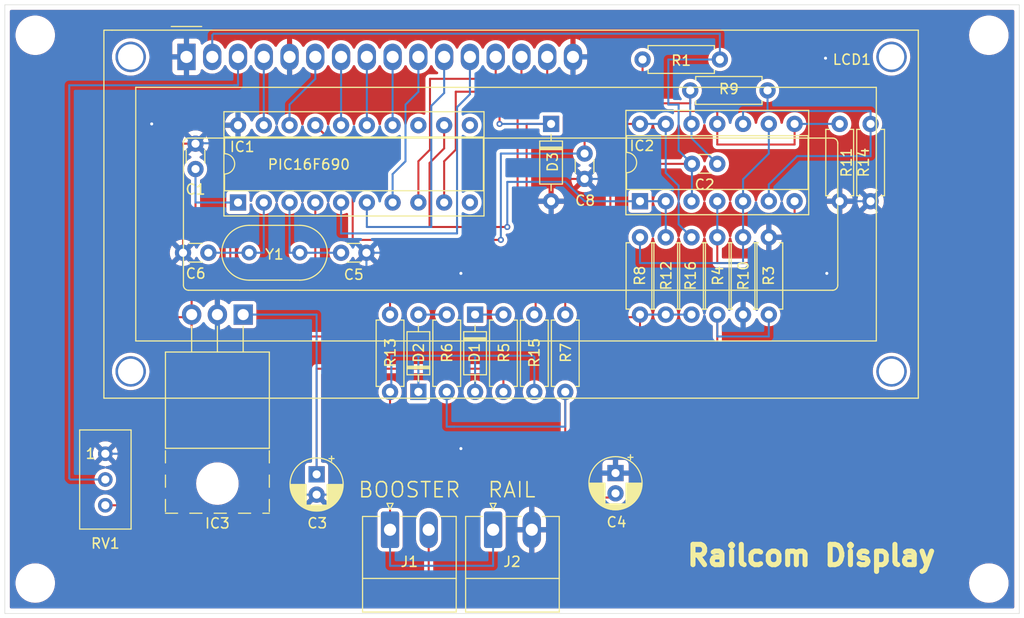
<source format=kicad_pcb>
(kicad_pcb (version 20211014) (generator pcbnew)
  (title_block (title "RailCom Display"))
  (layers (0 "F.Cu" signal) (31 "B.Cu" signal) (34 "B.Paste" user) (35 "F.Paste" user) (36 "B.SilkS" user "B.Silkscreen") (37 "F.SilkS" user "F.Silkscreen") (38 "B.Mask" user) (39 "F.Mask" user) (44 "Edge.Cuts" user))
  (net 0 "")
  (net 1 "GND")
  (net 2 "VDD")
  (net 3 "/V-")
  (net 4 "Net-(C3-Pad1)")
  (net 5 "Net-(C4-Pad2)")
  (net 6 "Net-(C5-Pad1)")
  (net 7 "Net-(C6-Pad1)")
  (net 8 "Net-(C8-Pad1)")
  (net 9 "Net-(D1-Pad1)")
  (net 10 "Net-(D1-Pad2)")
  (net 11 "Net-(D2-Pad2)")
  (net 12 "Net-(IC1-Pad12)")
  (net 13 "Net-(IC1-Pad4)")
  (net 14 "Net-(IC1-Pad14)")
  (net 15 "Net-(IC1-Pad5)")
  (net 16 "Net-(IC1-Pad15)")
  (net 17 "Net-(IC1-Pad6)")
  (net 18 "Net-(IC1-Pad16)")
  (net 19 "Net-(IC1-Pad7)")
  (net 20 "Net-(IC1-Pad8)")
  (net 21 "Net-(IC1-Pad18)")
  (net 22 "Net-(IC1-Pad9)")
  (net 23 "Net-(IC1-Pad19)")
  (net 24 "Net-(IC2-Pad11)")
  (net 25 "Net-(IC2-Pad5)")
  (net 26 "Net-(IC2-Pad10)")
  (net 27 "Net-(IC2-Pad4)")
  (net 28 "Net-(J1-Pad2)")
  (net 29 "Net-(LCD1-Pad3)")
  (net 30 "Net-(LCD1-Pad15)")
  (footprint "0-LocalLibrary:MountingHole_3.2mm_M3" (layer "F.Cu") (at 103.8 139.4)
    (fp_text reference "MH1" hide)
    (fp_text value "MountingHole_3.2mm_M3" hide)
    (pad "" np_thru_hole circle locked (at 0 0) (size 3.2 3.2) (drill 3.2) (layers *.Cu *.Mask))
  )
  (footprint "0-LocalLibrary:MountingHole_3.2mm_M3" (layer "F.Cu") (at 197.8 139.4)
    (fp_text reference "MH2" hide)
    (fp_text value "MountingHole_3.2mm_M3" hide)
    (pad "" np_thru_hole circle locked (at 0 0) (size 3.2 3.2) (drill 3.2) (layers *.Cu *.Mask))
  )
  (footprint "0-LocalLibrary:MountingHole_3.2mm_M3" (layer "F.Cu") (at 197.8 85.4)
    (fp_text reference "MH3" hide)
    (fp_text value "MountingHole_3.2mm_M3" hide)
    (pad "" np_thru_hole circle locked (at 0 0) (size 3.2 3.2) (drill 3.2) (layers *.Cu *.Mask))
  )
  (footprint "0-LocalLibrary:MountingHole_3.2mm_M3" (layer "F.Cu") (at 103.8 85.4)
    (fp_text reference "MH4" hide)
    (fp_text value "MountingHole_3.2mm_M3" hide)
    (pad "" np_thru_hole circle locked (at 0 0) (size 3.2 3.2) (drill 3.2) (layers *.Cu *.Mask))
  )
  (footprint "0-LocalLibrary:C_Disc_D3.0mm_W1.6mm_P2.50mm" (layer "F.Cu") (at 119.596 98.585 90)
    (fp_text reference "C1" (at -2.015 0.004 180) (layer "F.SilkS"))
    (fp_text value "0.1uF")
    (pad "1" thru_hole circle (at 0 0 90) (size 1.6 1.6) (drill 0.8) (layers *.Cu *.Mask) (net 2 "VDD"))
    (pad "2" thru_hole circle (at 2.5 0 90) (size 1.6 1.6) (drill 0.8) (layers *.Cu *.Mask) (net 1 "GND"))
  )
  (footprint "0-LocalLibrary:C_Disc_D3.0mm_W1.6mm_P2.50mm" (layer "F.Cu") (at 171.031 98.077 180)
    (fp_text reference "C2" (at 1.25 -2.05 180) (layer "F.SilkS"))
    (fp_text value "0.1uF")
    (pad "1" thru_hole circle (at 0 0 180) (size 1.6 1.6) (drill 0.8) (layers *.Cu *.Mask) (net 3 "/V-"))
    (pad "2" thru_hole circle (at 2.5 0 180) (size 1.6 1.6) (drill 0.8) (layers *.Cu *.Mask) (net 2 "VDD"))
  )
  (footprint "0-LocalLibrary:C_Disc_D3.0mm_W1.6mm_P2.50mm" (layer "F.Cu") (at 133.947 106.84)
    (fp_text reference "C5" (at 1.25 2.16) (layer "F.SilkS"))
    (fp_text value "22pF" hide)
    (pad "1" thru_hole circle (at 0 0) (size 1.6 1.6) (drill 0.8) (layers *.Cu *.Mask) (net 6 "Net-(C5-Pad1)"))
    (pad "2" thru_hole circle (at 2.5 0) (size 1.6 1.6) (drill 0.8) (layers *.Cu *.Mask) (net 1 "GND"))
  )
  (footprint "0-LocalLibrary:DIP-14_W7.62mm_Socket" (layer "F.Cu") (at 163.411 101.76 90)
    (fp_text reference "IC2" (at 5.46 0.189 180) (layer "F.SilkS"))
    (fp_text value "LM339" hide)
    (pad "1" thru_hole rect (at 0 0 90) (size 1.6 1.6) (drill 0.8) (layers *.Cu *.Mask) (net 12 "Net-(IC1-Pad12)"))
    (pad "2" thru_hole oval (at 0 2.54 90) (size 1.6 1.6) (drill 0.8) (layers *.Cu *.Mask) (net 12 "Net-(IC1-Pad12)"))
    (pad "3" thru_hole oval (at 0 5.08 90) (size 1.6 1.6) (drill 0.8) (layers *.Cu *.Mask) (net 2 "VDD"))
    (pad "4" thru_hole oval (at 0 7.62 90) (size 1.6 1.6) (drill 0.8) (layers *.Cu *.Mask) (net 27 "Net-(IC2-Pad4)"))
    (pad "5" thru_hole oval (at 0 10.16 90) (size 1.6 1.6) (drill 0.8) (layers *.Cu *.Mask) (net 25 "Net-(IC2-Pad5)"))
    (pad "6" thru_hole oval (at 0 12.7 90) (size 1.6 1.6) (drill 0.8) (layers *.Cu *.Mask) (net 26 "Net-(IC2-Pad10)"))
    (pad "7" thru_hole oval (at 0 15.24 90) (size 1.6 1.6) (drill 0.8) (layers *.Cu *.Mask) (net 27 "Net-(IC2-Pad4)"))
    (pad "8" thru_hole oval (at 7.62 15.24 90) (size 1.6 1.6) (drill 0.8) (layers *.Cu *.Mask) (net 24 "Net-(IC2-Pad11)"))
    (pad "9" thru_hole oval (at 7.62 12.7 90) (size 1.6 1.6) (drill 0.8) (layers *.Cu *.Mask) (net 25 "Net-(IC2-Pad5)"))
    (pad "10" thru_hole oval (at 7.62 10.16 90) (size 1.6 1.6) (drill 0.8) (layers *.Cu *.Mask) (net 26 "Net-(IC2-Pad10)"))
    (pad "11" thru_hole oval (at 7.62 7.62 90) (size 1.6 1.6) (drill 0.8) (layers *.Cu *.Mask) (net 24 "Net-(IC2-Pad11)"))
    (pad "12" thru_hole oval (at 7.62 5.08 90) (size 1.6 1.6) (drill 0.8) (layers *.Cu *.Mask) (net 3 "/V-"))
    (pad "13" thru_hole oval (at 7.62 2.54 90) (size 1.6 1.6) (drill 0.8) (layers *.Cu *.Mask) (net 8 "Net-(C8-Pad1)"))
    (pad "14" thru_hole oval (at 7.62 0 90) (size 1.6 1.6) (drill 0.8) (layers *.Cu *.Mask) (net 8 "Net-(C8-Pad1)"))
  )
  (footprint "0-LocalLibrary:PhoenixContact_MC_1,5_2-G-3.81_1x02_P3.81mm_Horizontal" (layer "F.Cu") (at 138.773 134.145)
    (fp_text reference "J1" (at 1.9 3.155) (layer "F.SilkS"))
    (fp_text value "Screw_Terminal_01x02" hide)
    (pad "1" thru_hole roundrect (at 0 0) (size 1.8 3.6) (drill 1.2) (layers *.Cu *.Mask) (roundrect_rratio 0.138889) (net 10 "Net-(D1-Pad2)"))
    (pad "2" thru_hole oval (at 3.81 0) (size 1.8 3.6) (drill 1.2) (layers *.Cu *.Mask) (net 28 "Net-(J1-Pad2)"))
  )
  (footprint "0-LocalLibrary:PhoenixContact_MC_1,5_2-G-3.81_1x02_P3.81mm_Horizontal" (layer "F.Cu") (at 148.933 134.145)
    (fp_text reference "J2" (at 1.867 3.155) (layer "F.SilkS"))
    (fp_text value "Screw_Terminal_01x02" hide)
    (pad "1" thru_hole roundrect (at 0 0) (size 1.8 3.6) (drill 1.2) (layers *.Cu *.Mask) (roundrect_rratio 0.138889) (net 10 "Net-(D1-Pad2)"))
    (pad "2" thru_hole oval (at 3.81 0) (size 1.8 3.6) (drill 1.2) (layers *.Cu *.Mask) (net 1 "GND"))
  )
  (footprint "0-LocalLibrary:Potentiometer_Bourns_3296W_Vertical" (layer "F.Cu") (at 110.706 126.652 90)
    (fp_text reference "RV1" (at -8.848 0.005 180) (layer "F.SilkS"))
    (fp_text value "R_POT_TRIM 10kΩ" hide)
    (pad "1" thru_hole circle (at 0 0 90) (size 1.44 1.44) (drill 0.8) (layers *.Cu *.Mask) (net 1 "GND"))
    (pad "2" thru_hole circle (at -2.54 0 90) (size 1.44 1.44) (drill 0.8) (layers *.Cu *.Mask) (net 29 "Net-(LCD1-Pad3)"))
    (pad "3" thru_hole circle (at -5.08 0 90) (size 1.44 1.44) (drill 0.8) (layers *.Cu *.Mask) (net 2 "VDD"))
  )
  (footprint "0-LocalLibrary:Resonator-2Pin_W10.0mm_H5.0mm" (layer "F.Cu") (at 129.883 106.84 180)
    (fp_text reference "Y1" (at 2.5 -0.16 180) (layer "F.SilkS"))
    (fp_text value "Crystal" hide)
    (pad "1" thru_hole circle (at 0 0 180) (size 1.5 1.5) (drill 0.8) (layers *.Cu *.Mask) (net 6 "Net-(C5-Pad1)"))
    (pad "2" thru_hole circle (at 5 0 180) (size 1.5 1.5) (drill 0.8) (layers *.Cu *.Mask) (net 7 "Net-(C6-Pad1)"))
  )
  (footprint "0-LocalLibrary:DIP-20_W7.62mm_Socket" (layer "F.Cu") (at 123.787 101.887 90)
    (fp_text reference "IC1" (at 5.487 0.413 180) (layer "F.SilkS"))
    (fp_text value "PIC16F690-IP" hide)
    (pad "1" thru_hole rect (at 0 0 90) (size 1.6 1.6) (drill 0.8) (layers *.Cu *.Mask) (net 2 "VDD"))
    (pad "2" thru_hole oval (at 0 2.54 90) (size 1.6 1.6) (drill 0.8) (layers *.Cu *.Mask) (net 7 "Net-(C6-Pad1)"))
    (pad "3" thru_hole oval (at 0 5.08 90) (size 1.6 1.6) (drill 0.8) (layers *.Cu *.Mask) (net 6 "Net-(C5-Pad1)"))
    (pad "4" thru_hole oval (at 0 7.62 90) (size 1.6 1.6) (drill 0.8) (layers *.Cu *.Mask) (net 13 "Net-(IC1-Pad4)"))
    (pad "5" thru_hole oval (at 0 10.16 90) (size 1.6 1.6) (drill 0.8) (layers *.Cu *.Mask) (net 15 "Net-(IC1-Pad5)"))
    (pad "6" thru_hole oval (at 0 12.7 90) (size 1.6 1.6) (drill 0.8) (layers *.Cu *.Mask) (net 17 "Net-(IC1-Pad6)"))
    (pad "7" thru_hole oval (at 0 15.24 90) (size 1.6 1.6) (drill 0.8) (layers *.Cu *.Mask) (net 19 "Net-(IC1-Pad7)"))
    (pad "8" thru_hole oval (at 0 17.78 90) (size 1.6 1.6) (drill 0.8) (layers *.Cu *.Mask) (net 20 "Net-(IC1-Pad8)"))
    (pad "9" thru_hole oval (at 0 20.32 90) (size 1.6 1.6) (drill 0.8) (layers *.Cu *.Mask) (net 22 "Net-(IC1-Pad9)"))
    (pad "10" thru_hole oval (at 0 22.86 90) (size 1.6 1.6) (drill 0.8) (layers *.Cu *.Mask))
    (pad "11" thru_hole oval (at 7.62 22.86 90) (size 1.6 1.6) (drill 0.8) (layers *.Cu *.Mask))
    (pad "12" thru_hole oval (at 7.62 20.32 90) (size 1.6 1.6) (drill 0.8) (layers *.Cu *.Mask) (net 12 "Net-(IC1-Pad12)"))
    (pad "13" thru_hole oval (at 7.62 17.78 90) (size 1.6 1.6) (drill 0.8) (layers *.Cu *.Mask))
    (pad "14" thru_hole oval (at 7.62 15.24 90) (size 1.6 1.6) (drill 0.8) (layers *.Cu *.Mask) (net 14 "Net-(IC1-Pad14)"))
    (pad "15" thru_hole oval (at 7.62 12.7 90) (size 1.6 1.6) (drill 0.8) (layers *.Cu *.Mask) (net 16 "Net-(IC1-Pad15)"))
    (pad "16" thru_hole oval (at 7.62 10.16 90) (size 1.6 1.6) (drill 0.8) (layers *.Cu *.Mask) (net 18 "Net-(IC1-Pad16)"))
    (pad "17" thru_hole oval (at 7.62 7.62 90) (size 1.6 1.6) (drill 0.8) (layers *.Cu *.Mask) (net 8 "Net-(C8-Pad1)"))
    (pad "18" thru_hole oval (at 7.62 5.08 90) (size 1.6 1.6) (drill 0.8) (layers *.Cu *.Mask) (net 21 "Net-(IC1-Pad18)"))
    (pad "19" thru_hole oval (at 7.62 2.54 90) (size 1.6 1.6) (drill 0.8) (layers *.Cu *.Mask) (net 23 "Net-(IC1-Pad19)"))
    (pad "20" thru_hole oval (at 7.62 0 90) (size 1.6 1.6) (drill 0.8) (layers *.Cu *.Mask) (net 1 "GND"))
  )
  (footprint "0-LocalLibrary:D_DO-35_SOD27_P7.62mm_Horizontal" (layer "F.Cu") (at 154.648 94.14 -90)
    (fp_text reference "D3" (at 3.76 -0.152 -90) (layer "F.SilkS"))
    (fp_text value "1n4148" hide)
    (pad "1" thru_hole rect (at 0 0 270) (size 1.6 1.6) (drill 0.8) (layers *.Cu *.Mask) (net 3 "/V-"))
    (pad "2" thru_hole oval (at 7.62 0 270) (size 1.6 1.6) (drill 0.8) (layers *.Cu *.Mask) (net 1 "GND"))
  )
  (footprint "0-LocalLibrary:C_Disc_D3.0mm_W1.6mm_P2.50mm" (layer "F.Cu") (at 157.95 97.061 -90)
    (fp_text reference "C8" (at 4.639 -0.05) (layer "F.SilkS"))
    (fp_text value "1000pF" hide)
    (pad "1" thru_hole circle (at 0 0 270) (size 1.6 1.6) (drill 0.8) (layers *.Cu *.Mask) (net 8 "Net-(C8-Pad1)"))
    (pad "2" thru_hole circle (at 2.5 0 270) (size 1.6 1.6) (drill 0.8) (layers *.Cu *.Mask) (net 1 "GND"))
  )
  (footprint "0-LocalLibrary:CP_Radial_D5.0mm_P2.00mm" (layer "F.Cu") (at 160.998 128.557 -90)
    (fp_text reference "C4" (at 4.843 -0.102) (layer "F.SilkS"))
    (fp_text value "100uF" hide)
    (pad "1" thru_hole rect (at 0 0 270) (size 1.6 1.6) (drill 0.8) (layers *.Cu *.Mask) (net 1 "GND"))
    (pad "2" thru_hole circle (at 2 0 270) (size 1.6 1.6) (drill 0.8) (layers *.Cu *.Mask) (net 5 "Net-(C4-Pad2)"))
  )
  (footprint "0-LocalLibrary:C_Disc_D3.0mm_W1.6mm_P2.50mm" (layer "F.Cu") (at 120.866 106.84 180)
    (fp_text reference "C6" (at 1.25 -2.05 180) (layer "F.SilkS"))
    (fp_text value "22pF")
    (pad "1" thru_hole circle (at 0 0 180) (size 1.6 1.6) (drill 0.8) (layers *.Cu *.Mask) (net 7 "Net-(C6-Pad1)"))
    (pad "2" thru_hole circle (at 2.5 0 180) (size 1.6 1.6) (drill 0.8) (layers *.Cu *.Mask) (net 1 "GND"))
  )
  (footprint "0-LocalLibrary:D_DO-35_SOD27_P7.62mm_Horizontal" (layer "F.Cu") (at 141.567 120.556 90)
    (fp_text reference "D2" (at 3.856 0.033 90) (layer "F.SilkS"))
    (fp_text value "1n4148" hide)
    (pad "1" thru_hole rect (at 0 0 90) (size 1.6 1.6) (drill 0.8) (layers *.Cu *.Mask) (net 10 "Net-(D1-Pad2)"))
    (pad "2" thru_hole oval (at 7.62 0 90) (size 1.6 1.6) (drill 0.8) (layers *.Cu *.Mask) (net 11 "Net-(D2-Pad2)"))
  )
  (footprint "0-LocalLibrary:R_Axial_DIN0207_L6.3mm_D2.5mm_P7.62mm_Horizontal" (layer "F.Cu") (at 171.285 87.79 180)
    (fp_text reference "R1" (at 3.81 -0.11 180) (layer "F.SilkS"))
    (fp_text value "33Ω" hide)
    (pad "1" thru_hole circle (at 0 0 180) (size 1.6 1.6) (drill 0.8) (layers *.Cu *.Mask) (net 2 "VDD"))
    (pad "2" thru_hole oval (at 7.62 0 180) (size 1.6 1.6) (drill 0.8) (layers *.Cu *.Mask) (net 30 "Net-(LCD1-Pad15)"))
  )
  (footprint "0-LocalLibrary:R_Axial_DIN0207_L6.3mm_D2.5mm_P7.62mm_Horizontal" (layer "F.Cu") (at 176.111 112.936 90)
    (fp_text reference "R3" (at 3.836 -0.011 90) (layer "F.SilkS"))
    (fp_text value "2.2Ω" hide)
    (pad "1" thru_hole circle (at 0 0 90) (size 1.6 1.6) (drill 0.8) (layers *.Cu *.Mask) (net 28 "Net-(J1-Pad2)"))
    (pad "2" thru_hole oval (at 7.62 0 90) (size 1.6 1.6) (drill 0.8) (layers *.Cu *.Mask) (net 1 "GND"))
  )
  (footprint "0-LocalLibrary:R_Axial_DIN0207_L6.3mm_D2.5mm_P7.62mm_Horizontal" (layer "F.Cu") (at 171.031 105.316 -90)
    (fp_text reference "R4" (at 3.784 -0.069 -90) (layer "F.SilkS"))
    (fp_text value "1kΩ" hide)
    (pad "1" thru_hole circle (at 0 0 270) (size 1.6 1.6) (drill 0.8) (layers *.Cu *.Mask) (net 27 "Net-(IC2-Pad4)"))
    (pad "2" thru_hole oval (at 7.62 0 270) (size 1.6 1.6) (drill 0.8) (layers *.Cu *.Mask) (net 28 "Net-(J1-Pad2)"))
  )
  (footprint "0-LocalLibrary:R_Axial_DIN0207_L6.3mm_D2.5mm_P7.62mm_Horizontal" (layer "F.Cu") (at 149.949 112.936 -90)
    (fp_text reference "R5" (at 3.764 -0.051 -90) (layer "F.SilkS"))
    (fp_text value "33Ω" hide)
    (pad "1" thru_hole circle (at 0 0 270) (size 1.6 1.6) (drill 0.8) (layers *.Cu *.Mask) (net 9 "Net-(D1-Pad1)"))
    (pad "2" thru_hole oval (at 7.62 0 270) (size 1.6 1.6) (drill 0.8) (layers *.Cu *.Mask) (net 4 "Net-(C3-Pad1)"))
  )
  (footprint "0-LocalLibrary:R_Axial_DIN0207_L6.3mm_D2.5mm_P7.62mm_Horizontal" (layer "F.Cu") (at 144.361 112.936 -90)
    (fp_text reference "R6" (at 3.764 -0.039 -90) (layer "F.SilkS"))
    (fp_text value "220Ω" hide)
    (pad "1" thru_hole circle (at 0 0 270) (size 1.6 1.6) (drill 0.8) (layers *.Cu *.Mask) (net 11 "Net-(D2-Pad2)"))
    (pad "2" thru_hole oval (at 7.62 0 270) (size 1.6 1.6) (drill 0.8) (layers *.Cu *.Mask) (net 5 "Net-(C4-Pad2)"))
  )
  (footprint "0-LocalLibrary:R_Axial_DIN0207_L6.3mm_D2.5mm_P7.62mm_Horizontal" (layer "F.Cu") (at 163.411 112.936 90)
    (fp_text reference "R8" (at 3.836 -0.011 90) (layer "F.SilkS"))
    (fp_text value "270kΩ" hide)
    (pad "1" thru_hole circle (at 0 0 90) (size 1.6 1.6) (drill 0.8) (layers *.Cu *.Mask) (net 2 "VDD"))
    (pad "2" thru_hole oval (at 7.62 0 90) (size 1.6 1.6) (drill 0.8) (layers *.Cu *.Mask) (net 25 "Net-(IC2-Pad5)"))
  )
  (footprint "0-LocalLibrary:R_Axial_DIN0207_L6.3mm_D2.5mm_P7.62mm_Horizontal" (layer "F.Cu") (at 168.364 90.838)
    (fp_text reference "R9" (at 3.81 -0.138) (layer "F.SilkS"))
    (fp_text value "33kΩ" hide)
    (pad "1" thru_hole circle (at 0 0) (size 1.6 1.6) (drill 0.8) (layers *.Cu *.Mask) (net 3 "/V-"))
    (pad "2" thru_hole oval (at 7.62 0) (size 1.6 1.6) (drill 0.8) (layers *.Cu *.Mask) (net 26 "Net-(IC2-Pad10)"))
  )
  (footprint "0-LocalLibrary:R_Axial_DIN0207_L6.3mm_D2.5mm_P7.62mm_Horizontal" (layer "F.Cu") (at 173.571 105.316 -90)
    (fp_text reference "R10" (at 3.784 -0.029 -90) (layer "F.SilkS"))
    (fp_text value "1kΩ" hide)
    (pad "1" thru_hole circle (at 0 0 270) (size 1.6 1.6) (drill 0.8) (layers *.Cu *.Mask) (net 25 "Net-(IC2-Pad5)"))
    (pad "2" thru_hole oval (at 7.62 0 270) (size 1.6 1.6) (drill 0.8) (layers *.Cu *.Mask) (net 1 "GND"))
  )
  (footprint "0-LocalLibrary:R_Axial_DIN0207_L6.3mm_D2.5mm_P7.62mm_Horizontal" (layer "F.Cu") (at 165.951 112.936 90)
    (fp_text reference "R12" (at 3.836 0.049 90) (layer "F.SilkS"))
    (fp_text value "10kΩ" hide)
    (pad "1" thru_hole circle (at 0 0 90) (size 1.6 1.6) (drill 0.8) (layers *.Cu *.Mask) (net 2 "VDD"))
    (pad "2" thru_hole oval (at 7.62 0 90) (size 1.6 1.6) (drill 0.8) (layers *.Cu *.Mask) (net 12 "Net-(IC1-Pad12)"))
  )
  (footprint "0-LocalLibrary:R_Axial_DIN0207_L6.3mm_D2.5mm_P7.62mm_Horizontal" (layer "F.Cu") (at 138.773 120.556 90)
    (fp_text reference "R13" (at 3.856 0.027 90) (layer "F.SilkS"))
    (fp_text value "47kΩ" hide)
    (pad "1" thru_hole circle (at 0 0 90) (size 1.6 1.6) (drill 0.8) (layers *.Cu *.Mask) (net 10 "Net-(D1-Pad2)"))
    (pad "2" thru_hole oval (at 7.62 0 90) (size 1.6 1.6) (drill 0.8) (layers *.Cu *.Mask) (net 13 "Net-(IC1-Pad4)"))
  )
  (footprint "0-LocalLibrary:R_Axial_DIN0207_L6.3mm_D2.5mm_P7.62mm_Horizontal" (layer "F.Cu") (at 183.096 94.14 -90)
    (fp_text reference "R14" (at 3.81 -2.37 -90) (layer "F.SilkS"))
    (fp_text value "1kΩ" hide)
    (pad "1" thru_hole circle (at 0 0 270) (size 1.6 1.6) (drill 0.8) (layers *.Cu *.Mask) (net 24 "Net-(IC2-Pad11)"))
    (pad "2" thru_hole oval (at 7.62 0 270) (size 1.6 1.6) (drill 0.8) (layers *.Cu *.Mask) (net 1 "GND"))
  )
  (footprint "0-LocalLibrary:R_Axial_DIN0207_L6.3mm_D2.5mm_P7.62mm_Horizontal" (layer "F.Cu") (at 168.491 112.936 90)
    (fp_text reference "R16" (at 3.836 -0.091 90) (layer "F.SilkS"))
    (fp_text value "10kΩ" hide)
    (pad "1" thru_hole circle (at 0 0 90) (size 1.6 1.6) (drill 0.8) (layers *.Cu *.Mask) (net 2 "VDD"))
    (pad "2" thru_hole oval (at 7.62 0 90) (size 1.6 1.6) (drill 0.8) (layers *.Cu *.Mask) (net 8 "Net-(C8-Pad1)"))
  )
  (footprint "0-LocalLibrary:R_Axial_DIN0207_L6.3mm_D2.5mm_P7.62mm_Horizontal" (layer "F.Cu") (at 156.045 112.936 -90)
    (fp_text reference "R7" (at 3.764 -0.055 -90) (layer "F.SilkS"))
    (fp_text value "220Ω" hide)
    (pad "1" thru_hole circle (at 0 0 270) (size 1.6 1.6) (drill 0.8) (layers *.Cu *.Mask) (net 3 "/V-"))
    (pad "2" thru_hole oval (at 7.62 0 270) (size 1.6 1.6) (drill 0.8) (layers *.Cu *.Mask) (net 5 "Net-(C4-Pad2)"))
  )
  (footprint "0-LocalLibrary:L7805_TO-220_Horizontal_TabUp" (layer "F.Cu") (at 119.215 112.936)
    (fp_text reference "IC3" (at 2.54 20.58) (layer "F.SilkS"))
    (fp_text value "L7805" hide)
    (pad "" np_thru_hole oval (at 2.54 16.66) (size 3.5 3.5) (drill 3.5) (layers *.Cu *.Mask))
    (pad "1" thru_hole rect (at 5.08 0) (size 1.905 2) (drill 1.1) (layers *.Cu *.Mask) (net 4 "Net-(C3-Pad1)"))
    (pad "2" thru_hole oval (at 2.54 0) (size 1.905 2) (drill 1.1) (layers *.Cu *.Mask) (net 1 "GND"))
    (pad "3" thru_hole oval (at 0 0) (size 1.905 2) (drill 1.1) (layers *.Cu *.Mask) (net 2 "VDD"))
  )
  (footprint "0-LocalLibrary:WC1602A" (layer "F.Cu") (at 118.707 87.536)
    (fp_text reference "LCD1" (at 65.593 0.264) (layer "F.SilkS"))
    (fp_text value "RC1602A" hide)
    (pad "" thru_hole circle (at -5.4991 0) (size 3 3) (drill 2.5) (layers *.Cu *.Mask))
    (pad "" thru_hole circle (at 69.49948 31.0007) (size 3 3) (drill 2.5) (layers *.Cu *.Mask))
    (pad "" thru_hole circle (at -5.4991 31.0007) (size 3 3) (drill 2.5) (layers *.Cu *.Mask))
    (pad "" thru_hole circle (at 69.5 0) (size 3 3) (drill 2.5) (layers *.Cu *.Mask))
    (pad "1" thru_hole rect (at 0 0) (size 1.8 2.6) (drill 1.2) (layers *.Cu *.Mask) (net 1 "GND"))
    (pad "2" thru_hole oval (at 2.54 0) (size 1.8 2.6) (drill 1.2) (layers *.Cu *.Mask) (net 2 "VDD"))
    (pad "3" thru_hole oval (at 5.08 0) (size 1.8 2.6) (drill 1.2) (layers *.Cu *.Mask) (net 29 "Net-(LCD1-Pad3)"))
    (pad "4" thru_hole oval (at 7.62 0) (size 1.8 2.6) (drill 1.2) (layers *.Cu *.Mask) (net 23 "Net-(IC1-Pad19)"))
    (pad "5" thru_hole oval (at 10.16 0) (size 1.8 2.6) (drill 1.2) (layers *.Cu *.Mask) (net 1 "GND"))
    (pad "6" thru_hole oval (at 12.7 0) (size 1.8 2.6) (drill 1.2) (layers *.Cu *.Mask) (net 21 "Net-(IC1-Pad18)"))
    (pad "7" thru_hole oval (at 15.24 0) (size 1.8 2.6) (drill 1.2) (layers *.Cu *.Mask) (net 18 "Net-(IC1-Pad16)"))
    (pad "8" thru_hole oval (at 17.78 0) (size 1.8 2.6) (drill 1.2) (layers *.Cu *.Mask) (net 16 "Net-(IC1-Pad15)"))
    (pad "9" thru_hole oval (at 20.32 0) (size 1.8 2.6) (drill 1.2) (layers *.Cu *.Mask) (net 14 "Net-(IC1-Pad14)"))
    (pad "10" thru_hole oval (at 22.86 0) (size 1.8 2.6) (drill 1.2) (layers *.Cu *.Mask) (net 19 "Net-(IC1-Pad7)"))
    (pad "11" thru_hole oval (at 25.4 0) (size 1.8 2.6) (drill 1.2) (layers *.Cu *.Mask) (net 17 "Net-(IC1-Pad6)"))
    (pad "12" thru_hole oval (at 27.94 0) (size 1.8 2.6) (drill 1.2) (layers *.Cu *.Mask) (net 15 "Net-(IC1-Pad5)"))
    (pad "13" thru_hole oval (at 30.48 0) (size 1.8 2.6) (drill 1.2) (layers *.Cu *.Mask) (net 20 "Net-(IC1-Pad8)"))
    (pad "14" thru_hole oval (at 33.02 0) (size 1.8 2.6) (drill 1.2) (layers *.Cu *.Mask) (net 22 "Net-(IC1-Pad9)"))
    (pad "15" thru_hole oval (at 35.56 0) (size 1.8 2.6) (drill 1.2) (layers *.Cu *.Mask) (net 30 "Net-(LCD1-Pad15)"))
    (pad "16" thru_hole oval (at 38.1 0) (size 1.8 2.6) (drill 1.2) (layers *.Cu *.Mask) (net 1 "GND"))
  )
  (footprint "0-LocalLibrary:R_Axial_DIN0207_L6.3mm_D2.5mm_P7.62mm_Horizontal" (layer "F.Cu") (at 152.997 112.936 -90)
    (fp_text reference "R15" (at 3.764 -0.003 -90) (layer "F.SilkS"))
    (fp_text value "47kΩ" hide)
    (pad "1" thru_hole circle (at 0 0 270) (size 1.6 1.6) (drill 0.8) (layers *.Cu *.Mask) (net 24 "Net-(IC2-Pad11)"))
    (pad "2" thru_hole oval (at 7.62 0 270) (size 1.6 1.6) (drill 0.8) (layers *.Cu *.Mask) (net 10 "Net-(D1-Pad2)"))
  )
  (footprint "0-LocalLibrary:CP_Radial_D5.0mm_P2.00mm" (layer "F.Cu") (at 131.534 128.684 -90)
    (fp_text reference "C3" (at 4.816 -0.066) (layer "F.SilkS"))
    (fp_text value "100uF" hide)
    (pad "1" thru_hole rect (at 0 0 270) (size 1.6 1.6) (drill 0.8) (layers *.Cu *.Mask) (net 4 "Net-(C3-Pad1)"))
    (pad "2" thru_hole circle (at 2 0 270) (size 1.6 1.6) (drill 0.8) (layers *.Cu *.Mask) (net 1 "GND"))
  )
  (footprint "0-LocalLibrary:R_Axial_DIN0207_L6.3mm_D2.5mm_P7.62mm_Horizontal" (layer "F.Cu") (at 186.144 101.76 90)
    (fp_text reference "R11" (at 3.81 -2.37 90) (layer "F.SilkS"))
    (fp_text value "820Ω" hide)
    (pad "1" thru_hole circle (at 0 0 90) (size 1.6 1.6) (drill 0.8) (layers *.Cu *.Mask) (net 1 "GND"))
    (pad "2" thru_hole oval (at 7.62 0 90) (size 1.6 1.6) (drill 0.8) (layers *.Cu *.Mask) (net 26 "Net-(IC2-Pad10)"))
  )
  (footprint "0-LocalLibrary:D_DO-35_SOD27_P7.62mm_Horizontal" (layer "F.Cu") (at 147.155 112.936 -90)
    (fp_text reference "D1" (at 3.764 0.055 -90) (layer "F.SilkS"))
    (fp_text value "1n4148" hide)
    (pad "1" thru_hole rect (at 0 0 270) (size 1.6 1.6) (drill 0.8) (layers *.Cu *.Mask) (net 9 "Net-(D1-Pad1)"))
    (pad "2" thru_hole oval (at 7.62 0 270) (size 1.6 1.6) (drill 0.8) (layers *.Cu *.Mask) (net 10 "Net-(D1-Pad2)"))
  )
  (gr_line (start 100.8 82.4) (end 100.8 142.4) (layer "Edge.Cuts") (width 0.05))
  (gr_line (start 200.8 142.4) (end 200.8 82.4) (layer "Edge.Cuts") (width 0.05))
  (gr_line (start 200.8 82.4) (end 100.8 82.4) (layer "Edge.Cuts") (width 0.05))
  (gr_line (start 100.8 142.4) (end 200.8 142.4) (layer "Edge.Cuts") (width 0.05))
  (gr_text "PIC16F690" (at 130.772 98.1405) (layer "F.SilkS") (effects (font (size 1 1))))
  (gr_text "Railcom Display" (at 180.302 136.685) (layer "F.SilkS") (effects (font (size 2 2) (thickness 0.5))))
  (gr_text "BOOSTER" (at 140.678 130.208) (layer "F.SilkS") (effects (font (size 1.5 1.5))))
  (gr_text "RAIL" (at 150.7745 130.208) (layer "F.SilkS") (effects (font (size 1.5 1.5))))
  (gr_text "1" (at 109.2455 126.652) (layer "F.SilkS") (effects (font (size 1 1))))
  (segment (start 118.366 106.84) (end 118.366 96.085) (width 0.2) (layer "F.Cu") (net 1))
  (segment (start 154.688 99.561) (end 154.648 99.601) (width 0.2) (layer "F.Cu") (net 1))
  (segment (start 123.787 94.267) (end 123.787 91.727) (width 0.2) (layer "F.Cu") (net 1))
  (segment (start 128.74 87.663) (end 128.867 87.536) (width 0.2) (layer "F.Cu") (net 1))
  (segment (start 118.366 96.085) (end 119.596 96.085) (width 0.2) (layer "F.Cu") (net 1))
  (segment (start 118.707 87.536) (end 118.707 91.473) (width 0.2) (layer "F.Cu") (net 1))
  (segment (start 123.787 91.727) (end 123.66 91.6) (width 0.2) (layer "F.Cu") (net 1))
  (segment (start 155.45 99.561) (end 155.116 99.561) (width 0.2) (layer "F.Cu") (net 1))
  (segment (start 155.45 99.561) (end 154.688 99.561) (width 0.2) (layer "F.Cu") (net 1))
  (segment (start 154.648 99.601) (end 154.648 101.76) (width 0.2) (layer "F.Cu") (net 1))
  (segment (start 128.867 91.473) (end 128.74 91.6) (width 0.2) (layer "F.Cu") (net 1))
  (segment (start 128.867 87.536) (end 128.867 91.473) (width 0.2) (layer "F.Cu") (net 1))
  (segment (start 157.95 99.561) (end 155.45 99.561) (width 0.2) (layer "F.Cu") (net 1))
  (segment (start 123.66 91.6) (end 128.74 91.6) (width 0.2) (layer "F.Cu") (net 1))
  (segment (start 118.834 91.6) (end 123.66 91.6) (width 0.2) (layer "F.Cu") (net 1))
  (segment (start 118.707 91.473) (end 118.834 91.6) (width 0.2) (layer "F.Cu") (net 1))
  (via (at 145.758 126.144) (size 0.6) (drill 0.3) (layers "F.Cu" "B.Cu") (net 1))
  (via (at 181.826 108.872) (size 0.6) (drill 0.3) (layers "F.Cu" "B.Cu") (net 1))
  (via (at 115.278 94.14) (size 0.6) (drill 0.3) (layers "F.Cu" "B.Cu") (net 1))
  (via (at 181.699 87.663) (size 0.6) (drill 0.3) (layers "F.Cu" "B.Cu") (net 1))
  (via (at 145.758 108.872) (size 0.6) (drill 0.3) (layers "F.Cu" "B.Cu") (net 1))
  (segment (start 131.82 130.97) (end 131.534 130.684) (width 0.2) (layer "B.Cu") (net 1))
  (segment (start 118.366 109.801) (end 118.58 110.015) (width 0.2) (layer "B.Cu") (net 1))
  (segment (start 152.743 128.557) (end 135.852 128.557) (width 0.2) (layer "B.Cu") (net 1))
  (segment (start 182.969 105.316) (end 183.096 105.189) (width 0.2) (layer "B.Cu") (net 1))
  (segment (start 117.31 115.095) (end 117.31 126.525) (width 0.2) (layer "B.Cu") (net 1))
  (segment (start 156.807 87.536) (end 156.807 92.108) (width 0.2) (layer "B.Cu") (net 1))
  (segment (start 178.905 126.144) (end 178.905 110.65) (width 0.2) (layer "B.Cu") (net 1))
  (segment (start 128.137 130.684) (end 128.105 130.652) (width 0.2) (layer "B.Cu") (net 1))
  (segment (start 128.105 115.095) (end 121.755 115.095) (width 0.2) (layer "B.Cu") (net 1))
  (segment (start 156.807 92.108) (end 156.934 92.235) (width 0.2) (layer "B.Cu") (net 1))
  (segment (start 159.855 92.235) (end 159.855 99.601) (width 0.2) (layer "B.Cu") (net 1))
  (segment (start 136.447 109.928) (end 136.36 110.015) (width 0.2) (layer "B.Cu") (net 1))
  (segment (start 110.706 126.652) (end 117.183 126.652) (width 0.2) (layer "B.Cu") (net 1))
  (segment (start 121.755 115.095) (end 117.31 115.095) (width 0.2) (layer "B.Cu") (net 1))
  (segment (start 121.755 115.095) (end 121.755 112.936) (width 0.2) (layer "B.Cu") (net 1))
  (segment (start 173.571 110.65) (end 175.984 110.65) (width 0.2) (layer "B.Cu") (net 1))
  (segment (start 173.19 112.555) (end 173.571 112.936) (width 0.2) (layer "B.Cu") (net 1))
  (segment (start 118.58 110.015) (end 136.36 110.015) (width 0.2) (layer "B.Cu") (net 1))
  (segment (start 183.096 105.189) (end 183.096 101.76) (width 0.2) (layer "B.Cu") (net 1))
  (segment (start 178.905 128.557) (end 178.651 128.557) (width 0.2) (layer "B.Cu") (net 1))
  (segment (start 176.111 105.316) (end 182.969 105.316) (width 0.2) (layer "B.Cu") (net 1))
  (segment (start 173.571 112.936) (end 173.571 110.65) (width 0.2) (layer "B.Cu") (net 1))
  (segment (start 118.366 106.84) (end 118.366 109.801) (width 0.2) (layer "B.Cu") (net 1))
  (segment (start 121.755 112.936) (end 121.755 110.015) (width 0.2) (layer "B.Cu") (net 1))
  (segment (start 160.998 128.557) (end 178.651 128.557) (width 0.2) (layer "B.Cu") (net 1))
  (segment (start 136.447 106.84) (end 136.447 109.928) (width 0.2) (layer "B.Cu") (net 1))
  (segment (start 176.111 105.316) (end 176.111 110.523) (width 0.2) (layer "B.Cu") (net 1))
  (segment (start 157.95 99.561) (end 159.815 99.561) (width 0.2) (layer "B.Cu") (net 1))
  (segment (start 178.905 110.65) (end 175.984 110.65) (width 0.2) (layer "B.Cu") (net 1))
  (segment (start 183.096 101.76) (end 186.144 101.76) (width 0.2) (layer "B.Cu") (net 1))
  (segment (start 176.111 110.523) (end 175.984 110.65) (width 0.2) (layer "B.Cu") (net 1))
  (segment (start 131.534 130.684) (end 135.82 130.684) (width 0.2) (layer "B.Cu") (net 1))
  (segment (start 119.636 96.045) (end 119.596 96.085) (width 0.2) (layer "B.Cu") (net 1))
  (segment (start 154.648 106.84) (end 154.648 101.76) (width 0.2) (layer "B.Cu") (net 1))
  (segment (start 136.447 106.84) (end 154.648 106.84) (width 0.2) (layer "B.Cu") (net 1))
  (segment (start 110.833 126.525) (end 110.706 126.652) (width 0.2) (layer "B.Cu") (net 1))
  (segment (start 152.743 128.557) (end 160.998 128.557) (width 0.2) (layer "B.Cu") (net 1))
  (segment (start 123.787 96.045) (end 119.636 96.045) (width 0.2) (layer "B.Cu") (net 1))
  (segment (start 136.36 106.927) (end 136.447 106.84) (width 0.2) (layer "B.Cu") (net 1))
  (segment (start 152.743 134.145) (end 152.743 128.557) (width 0.2) (layer "B.Cu") (net 1))
  (segment (start 156.934 92.235) (end 159.855 92.235) (width 0.2) (layer "B.Cu") (net 1))
  (segment (start 178.651 128.557) (end 178.778 128.557) (width 0.2) (layer "B.Cu") (net 1))
  (segment (start 123.787 94.267) (end 123.787 96.045) (width 0.2) (layer "B.Cu") (net 1))
  (segment (start 117.183 126.652) (end 117.31 126.525) (width 0.2) (layer "B.Cu") (net 1))
  (segment (start 128.105 130.652) (end 128.105 115.095) (width 0.2) (layer "B.Cu") (net 1))
  (segment (start 135.82 130.684) (end 135.852 130.652) (width 0.2) (layer "B.Cu") (net 1))
  (segment (start 159.815 99.561) (end 159.855 99.601) (width 0.2) (layer "B.Cu") (net 1))
  (segment (start 135.852 130.652) (end 135.852 128.557) (width 0.2) (layer "B.Cu") (net 1))
  (segment (start 131.534 130.684) (end 128.137 130.684) (width 0.2) (layer "B.Cu") (net 1))
  (segment (start 178.905 128.43) (end 178.905 126.144) (width 0.2) (layer "B.Cu") (net 1))
  (segment (start 178.905 126.144) (end 178.905 128.557) (width 0.2) (layer "B.Cu") (net 1))
  (segment (start 158.244 99.855) (end 157.95 99.561) (width 0.2) (layer "B.Cu") (net 1))
  (segment (start 119.215 112.936) (end 119.215 115.095) (width 0.2) (layer "F.Cu") (net 2))
  (segment (start 160.49 113.19) (end 163.157 113.19) (width 0.2) (layer "F.Cu") (net 2))
  (segment (start 163.157 113.19) (end 163.411 112.936) (width 0.2) (layer "F.Cu") (net 2))
  (segment (start 110.706 131.732) (end 115.913 131.732) (width 0.2) (layer "F.Cu") (net 2))
  (segment (start 115.913 131.732) (end 116.04 131.605) (width 0.2) (layer "F.Cu") (net 2))
  (segment (start 160.49 98.204) (end 160.49 113.19) (width 0.2) (layer "F.Cu") (net 2))
  (segment (start 123.025 104.3) (end 123.025 110.015) (width 0.2) (layer "F.Cu") (net 2))
  (segment (start 119.596 104.3) (end 120.358 104.3) (width 0.2) (layer "F.Cu") (net 2))
  (segment (start 119.596 98.585) (end 119.596 104.3) (width 0.2) (layer "F.Cu") (net 2))
  (segment (start 116.04 131.605) (end 116.04 113.19) (width 0.2) (layer "F.Cu") (net 2))
  (segment (start 163.411 115.095) (end 163.411 112.936) (width 0.2) (layer "F.Cu") (net 2))
  (segment (start 120.358 104.3) (end 123.025 104.3) (width 0.2) (layer "F.Cu") (net 2))
  (segment (start 168.531 98.077) (end 160.617 98.077) (width 0.2) (layer "F.Cu") (net 2))
  (segment (start 160.617 98.077) (end 160.49 98.204) (width 0.2) (layer "F.Cu") (net 2))
  (segment (start 119.977 104.3) (end 120.358 104.3) (width 0.2) (layer "F.Cu") (net 2))
  (segment (start 123.025 110.015) (end 119.215 110.015) (width 0.2) (layer "F.Cu") (net 2))
  (segment (start 119.215 110.015) (end 119.215 112.936) (width 0.2) (layer "F.Cu") (net 2))
  (segment (start 118.961 113.19) (end 119.215 112.936) (width 0.2) (layer "F.Cu") (net 2))
  (segment (start 116.04 113.19) (end 118.961 113.19) (width 0.2) (layer "F.Cu") (net 2))
  (segment (start 119.215 115.095) (end 163.411 115.095) (width 0.2) (layer "F.Cu") (net 2))
  (segment (start 167.221 92.235) (end 167.221 96.767) (width 0.2) (layer "B.Cu") (net 2))
  (segment (start 119.596 98.585) (end 119.596 101.887) (width 0.2) (layer "B.Cu") (net 2))
  (segment (start 165.951 112.936) (end 168.491 112.936) (width 0.2) (layer "B.Cu") (net 2))
  (segment (start 121.247 85.377) (end 121.374 85.25) (width 0.2) (layer "B.Cu") (net 2))
  (segment (start 171.285 87.79) (end 166.205 87.79) (width 0.2) (layer "B.Cu") (net 2))
  (segment (start 166.205 92.235) (end 167.221 92.235) (width 0.2) (layer "B.Cu") (net 2))
  (segment (start 121.247 87.536) (end 121.247 85.377) (width 0.2) (layer "B.Cu") (net 2))
  (segment (start 171.285 87.79) (end 171.285 85.25) (width 0.2) (layer "B.Cu") (net 2))
  (segment (start 168.531 98.077) (end 168.531 101.72) (width 0.2) (layer "B.Cu") (net 2))
  (segment (start 168.531 101.72) (end 168.491 101.76) (width 0.2) (layer "B.Cu") (net 2))
  (segment (start 121.374 85.25) (end 171.285 85.25) (width 0.2) (layer "B.Cu") (net 2))
  (segment (start 166.205 87.79) (end 166.205 92.235) (width 0.2) (layer "B.Cu") (net 2))
  (segment (start 167.221 96.767) (end 168.531 98.077) (width 0.2) (layer "B.Cu") (net 2))
  (segment (start 163.411 112.936) (end 165.951 112.936) (width 0.2) (layer "B.Cu") (net 2))
  (segment (start 119.596 101.887) (end 123.787 101.887) (width 0.2) (layer "B.Cu") (net 2))
  (segment (start 149.568 92.108) (end 149.568 94.14) (width 0.2) (layer "F.Cu") (net 3))
  (segment (start 156.045 104.3) (end 156.045 112.936) (width 0.2) (layer "F.Cu") (net 3))
  (segment (start 154.648 94.14) (end 152.235 94.14) (width 0.2) (layer "F.Cu") (net 3))
  (segment (start 152.235 104.3) (end 156.045 104.3) (width 0.2) (layer "F.Cu") (net 3))
  (segment (start 168.364 92.108) (end 149.568 92.108) (width 0.2) (layer "F.Cu") (net 3))
  (segment (start 152.235 94.14) (end 152.235 104.3) (width 0.2) (layer "F.Cu") (net 3))
  (segment (start 168.364 90.838) (end 168.364 92.108) (width 0.2) (layer "F.Cu") (net 3))
  (via (at 149.568 94.14) (size 0.6) (drill 0.3) (layers "F.Cu" "B.Cu") (net 3))
  (segment (start 168.491 95.537) (end 171.031 98.077) (width 0.2) (layer "B.Cu") (net 3))
  (segment (start 168.364 90.838) (end 168.364 94.013) (width 0.2) (layer "B.Cu") (net 3))
  (segment (start 168.364 94.013) (end 168.491 94.14) (width 0.2) (layer "B.Cu") (net 3))
  (segment (start 154.648 94.14) (end 149.568 94.14) (width 0.2) (layer "B.Cu") (net 3))
  (segment (start 168.491 94.14) (end 168.491 95.537) (width 0.2) (layer "B.Cu") (net 3))
  (segment (start 131.28 128.43) (end 131.534 128.684) (width 0.2) (layer "F.Cu") (net 4))
  (segment (start 149.568 118.27) (end 149.949 118.27) (width 0.2) (layer "F.Cu") (net 4))
  (segment (start 131.534 118.27) (end 131.534 128.684) (width 0.2) (layer "F.Cu") (net 4))
  (segment (start 149.949 118.27) (end 149.949 120.556) (width 0.2) (layer "F.Cu") (net 4))
  (segment (start 149.949 118.27) (end 131.534 118.27) (width 0.2) (layer "F.Cu") (net 4))
  (segment (start 131.534 112.936) (end 124.295 112.936) (width 0.2) (layer "B.Cu") (net 4))
  (segment (start 131.534 128.684) (end 131.534 112.936) (width 0.2) (layer "B.Cu") (net 4))
  (segment (start 156.045 130.97) (end 160.585 130.97) (width 0.2) (layer "F.Cu") (net 5))
  (segment (start 156.045 120.556) (end 156.045 130.97) (width 0.2) (layer "F.Cu") (net 5))
  (segment (start 160.585 130.97) (end 160.998 130.557) (width 0.2) (layer "F.Cu") (net 5))
  (segment (start 156.045 120.556) (end 156.045 120.81) (width 0.2) (layer "B.Cu") (net 5))
  (segment (start 156.045 120.556) (end 156.045 123.985) (width 0.2) (layer "B.Cu") (net 5))
  (segment (start 144.615 120.81) (end 144.361 120.556) (width 0.2) (layer "B.Cu") (net 5))
  (segment (start 144.361 123.985) (end 145.123 123.985) (width 0.2) (layer "B.Cu") (net 5))
  (segment (start 156.045 123.985) (end 145.123 123.985) (width 0.2) (layer "B.Cu") (net 5))
  (segment (start 145.123 123.985) (end 144.615 123.985) (width 0.2) (layer "B.Cu") (net 5))
  (segment (start 144.361 120.556) (end 144.361 123.985) (width 0.2) (layer "B.Cu") (net 5))
  (segment (start 128.867 101.887) (end 128.867 106.84) (width 0.2) (layer "B.Cu") (net 6))
  (segment (start 128.74 102.014) (end 128.867 101.887) (width 0.2) (layer "B.Cu") (net 6))
  (segment (start 129.883 106.84) (end 133.947 106.84) (width 0.2) (layer "B.Cu") (net 6))
  (segment (start 129.883 106.84) (end 128.867 106.84) (width 0.2) (layer "B.Cu") (net 6))
  (segment (start 120.866 106.84) (end 124.883 106.84) (width 0.2) (layer "B.Cu") (net 7))
  (segment (start 126.327 101.887) (end 126.327 106.84) (width 0.2) (layer "B.Cu") (net 7))
  (segment (start 126.2 102.014) (end 126.327 101.887) (width 0.2) (layer "B.Cu") (net 7))
  (segment (start 126.327 106.84) (end 124.883 106.84) (width 0.2) (layer "B.Cu") (net 7))
  (segment (start 135.09 105.57) (end 149.695 105.57) (width 0.2) (layer "F.Cu") (net 8))
  (segment (start 157.95 97.061) (end 157.95 94.14) (width 0.2) (layer "F.Cu") (net 8))
  (segment (start 157.95 94.14) (end 163.411 94.14) (width 0.2) (layer "F.Cu") (net 8))
  (segment (start 131.407 94.267) (end 135.09 97.95) (width 0.2) (layer "F.Cu") (net 8))
  (segment (start 135.09 97.95) (end 135.09 105.57) (width 0.2) (layer "F.Cu") (net 8))
  (via (at 149.695 105.57) (size 0.6) (drill 0.3) (layers "F.Cu" "B.Cu") (net 8))
  (segment (start 165.951 98.966) (end 167.221 100.236) (width 0.2) (layer "B.Cu") (net 8))
  (segment (start 165.951 94.14) (end 165.951 98.966) (width 0.2) (layer "B.Cu") (net 8))
  (segment (start 168.491 105.316) (end 167.221 104.046) (width 0.2) (layer "B.Cu") (net 8))
  (segment (start 166.205 94.394) (end 165.951 94.14) (width 0.2) (layer "B.Cu") (net 8))
  (segment (start 149.695 105.57) (end 149.695 97.061) (width 0.2) (layer "B.Cu") (net 8))
  (segment (start 157.95 97.061) (end 149.695 97.061) (width 0.2) (layer "B.Cu") (net 8))
  (segment (start 167.221 104.046) (end 167.221 100.236) (width 0.2) (layer "B.Cu") (net 8))
  (segment (start 157.569 96.68) (end 157.95 97.061) (width 0.2) (layer "B.Cu") (net 8))
  (segment (start 163.411 94.14) (end 165.951 94.14) (width 0.2) (layer "B.Cu") (net 8))
  (segment (start 147.155 112.936) (end 149.949 112.936) (width 0.2) (layer "B.Cu") (net 9))
  (segment (start 138.773 134.145) (end 138.773 120.556) (width 0.2) (layer "F.Cu") (net 10))
  (segment (start 141.567 120.556) (end 141.567 117) (width 0.2) (layer "B.Cu") (net 10))
  (segment (start 149.06 134.272) (end 148.933 134.145) (width 0.2) (layer "B.Cu") (net 10))
  (segment (start 152.997 120.556) (end 152.997 117.127) (width 0.2) (layer "B.Cu") (net 10))
  (segment (start 147.155 120.556) (end 147.155 117) (width 0.2) (layer "B.Cu") (net 10))
  (segment (start 148.933 134.145) (end 148.933 137.701) (width 0.2) (layer "B.Cu") (net 10))
  (segment (start 152.997 117.127) (end 152.87 117) (width 0.2) (layer "B.Cu") (net 10))
  (segment (start 138.9 120.429) (end 138.773 120.556) (width 0.2) (layer "B.Cu") (net 10))
  (segment (start 152.87 117) (end 141.567 117) (width 0.2) (layer "B.Cu") (net 10))
  (segment (start 138.773 137.701) (end 138.773 134.145) (width 0.2) (layer "B.Cu") (net 10))
  (segment (start 138.9 117) (end 138.9 120.429) (width 0.2) (layer "B.Cu") (net 10))
  (segment (start 141.567 117) (end 138.9 117) (width 0.2) (layer "B.Cu") (net 10))
  (segment (start 148.933 137.701) (end 138.773 137.701) (width 0.2) (layer "B.Cu") (net 10))
  (segment (start 141.567 112.936) (end 144.361 112.936) (width 0.2) (layer "B.Cu") (net 11))
  (segment (start 142.667001 104.257001) (end 142.71 104.3) (width 0.2) (layer "F.Cu") (net 12))
  (segment (start 142.667001 97.992999) (end 142.667001 104.257001) (width 0.2) (layer "F.Cu") (net 12))
  (segment (start 144.107 94.267) (end 144.107 96.553) (width 0.2) (layer "F.Cu") (net 12))
  (segment (start 142.71 104.3) (end 150.33 104.3) (width 0.2) (layer "F.Cu") (net 12))
  (segment (start 144.107 96.553) (end 142.667001 97.992999) (width 0.2) (layer "F.Cu") (net 12))
  (via (at 150.33 104.3) (size 0.6) (drill 0.3) (layers "F.Cu" "B.Cu") (net 12))
  (segment (start 163.665 101.76) (end 165.951 101.76) (width 0.2) (layer "B.Cu") (net 12))
  (segment (start 157.95 101.76) (end 163.411 101.76) (width 0.2) (layer "B.Cu") (net 12))
  (segment (start 163.411 101.76) (end 163.665 101.76) (width 0.2) (layer "B.Cu") (net 12))
  (segment (start 165.951 101.76) (end 165.951 105.316) (width 0.2) (layer "B.Cu") (net 12))
  (segment (start 150.33 104.3) (end 150.33 99.855) (width 0.2) (layer "B.Cu") (net 12))
  (segment (start 150.33 99.855) (end 156.045 99.855) (width 0.2) (layer "B.Cu") (net 12))
  (segment (start 156.045 99.855) (end 157.95 101.76) (width 0.2) (layer "B.Cu") (net 12))
  (segment (start 131.407 101.887) (end 131.407 111.412) (width 0.2) (layer "F.Cu") (net 13))
  (segment (start 138.773 111.412) (end 138.773 112.936) (width 0.2) (layer "F.Cu") (net 13))
  (segment (start 138.9 112.809) (end 138.773 112.936) (width 0.2) (layer "F.Cu") (net 13))
  (segment (start 131.407 111.412) (end 138.773 111.412) (width 0.2) (layer "F.Cu") (net 13))
  (segment (start 139.027 94.267) (end 139.027 87.536) (width 0.2) (layer "B.Cu") (net 14))
  (segment (start 133.947 101.887) (end 133.947 104.935) (width 0.2) (layer "B.Cu") (net 15))
  (segment (start 145.377 92.489) (end 145.377 104.935) (width 0.2) (layer "B.Cu") (net 15))
  (segment (start 133.82 102.014) (end 133.947 101.887) (width 0.2) (layer "B.Cu") (net 15))
  (segment (start 146.647 87.536) (end 146.647 91.219) (width 0.2) (layer "B.Cu") (net 15))
  (segment (start 146.647 91.219) (end 145.377 92.489) (width 0.2) (layer "B.Cu") (net 15))
  (segment (start 145.377 104.935) (end 133.947 104.935) (width 0.2) (layer "B.Cu") (net 15))
  (segment (start 136.487 94.267) (end 136.487 87.536) (width 0.2) (layer "B.Cu") (net 16))
  (segment (start 136.36 102.014) (end 136.487 101.887) (width 0.2) (layer "B.Cu") (net 17))
  (segment (start 144.107 91.092) (end 142.837 92.362) (width 0.2) (layer "B.Cu") (net 17))
  (segment (start 142.837 104.3) (end 142.583 104.3) (width 0.2) (layer "B.Cu") (net 17))
  (segment (start 142.668998 104.3) (end 142.583 104.3) (width 0.2) (layer "B.Cu") (net 17))
  (segment (start 144.107 87.536) (end 144.107 91.092) (width 0.2) (layer "B.Cu") (net 17))
  (segment (start 142.583 104.3) (end 136.487 104.3) (width 0.2) (layer "B.Cu") (net 17))
  (segment (start 136.487 101.887) (end 136.487 104.3) (width 0.2) (layer "B.Cu") (net 17))
  (segment (start 142.837 92.362) (end 142.837 104.3) (width 0.2) (layer "B.Cu") (net 17))
  (segment (start 133.947 94.267) (end 133.947 87.536) (width 0.2) (layer "B.Cu") (net 18))
  (segment (start 141.567 90.965) (end 140.297 92.235) (width 0.2) (layer "B.Cu") (net 19))
  (segment (start 140.297 97.823) (end 139.9795 98.1405) (width 0.2) (layer "B.Cu") (net 19))
  (segment (start 139.027 99.093) (end 139.027 101.887) (width 0.2) (layer "B.Cu") (net 19))
  (segment (start 140.17 97.95) (end 139.9795 98.1405) (width 0.2) (layer "B.Cu") (net 19))
  (segment (start 141.567 87.536) (end 141.567 90.965) (width 0.2) (layer "B.Cu") (net 19))
  (segment (start 140.297 92.235) (end 140.297 97.823) (width 0.2) (layer "B.Cu") (net 19))
  (segment (start 139.9795 98.1405) (end 139.027 99.093) (width 0.2) (layer "B.Cu") (net 19))
  (segment (start 142.71 96.68) (end 142.71 89.695) (width 0.2) (layer "F.Cu") (net 20))
  (segment (start 149.06 89.695) (end 149.187 89.568) (width 0.2) (layer "F.Cu") (net 20))
  (segment (start 149.187 89.568) (end 149.187 87.536) (width 0.2) (layer "F.Cu") (net 20))
  (segment (start 142.71 89.695) (end 149.06 89.695) (width 0.2) (layer "F.Cu") (net 20))
  (segment (start 141.567 101.887) (end 141.567 97.823) (width 0.2) (layer "F.Cu") (net 20))
  (segment (start 141.567 97.823) (end 142.71 96.68) (width 0.2) (layer "F.Cu") (net 20))
  (segment (start 131.407 89.695) (end 128.867 92.235) (width 0.2) (layer "B.Cu") (net 21))
  (segment (start 131.28 87.663) (end 131.407 87.536) (width 0.2) (layer "B.Cu") (net 21))
  (segment (start 131.407 87.536) (end 131.407 89.695) (width 0.2) (layer "B.Cu") (net 21))
  (segment (start 128.867 92.235) (end 128.867 93.251) (width 0.2) (layer "B.Cu") (net 21))
  (segment (start 128.867 94.267) (end 128.867 93.251) (width 0.2) (layer "B.Cu") (net 21))
  (segment (start 128.867 93.251) (end 128.867 92.997) (width 0.2) (layer "B.Cu") (net 21))
  (segment (start 144.107 97.823) (end 145.25 96.68) (width 0.2) (layer "F.Cu") (net 22))
  (segment (start 151.727 90.838) (end 151.727 87.536) (width 0.2) (layer "F.Cu") (net 22))
  (segment (start 145.25 90.965) (end 151.6 90.965) (width 0.2) (layer "F.Cu") (net 22))
  (segment (start 145.25 96.68) (end 145.25 90.965) (width 0.2) (layer "F.Cu") (net 22))
  (segment (start 151.6 90.965) (end 151.727 90.838) (width 0.2) (layer "F.Cu") (net 22))
  (segment (start 144.107 101.887) (end 144.107 97.823) (width 0.2) (layer "F.Cu") (net 22))
  (segment (start 126.327 94.267) (end 126.327 87.536) (width 0.2) (layer "B.Cu") (net 23))
  (segment (start 171.031 96.172) (end 178.651 96.172) (width 0.2) (layer "F.Cu") (net 24))
  (segment (start 153.124 106.586) (end 153.124 112.809) (width 0.2) (layer "F.Cu") (net 24))
  (segment (start 151.346 93.124) (end 151.346 106.586) (width 0.2) (layer "F.Cu") (net 24))
  (segment (start 178.651 96.172) (end 178.651 94.14) (width 0.2) (layer "F.Cu") (net 24))
  (segment (start 170.904 92.87) (end 151.6 92.87) (width 0.2) (layer "F.Cu") (net 24))
  (segment (start 171.031 94.14) (end 171.031 96.172) (width 0.2) (layer "F.Cu") (net 24))
  (segment (start 151.346 106.586) (end 153.124 106.586) (width 0.2) (layer "F.Cu") (net 24))
  (segment (start 171.285 94.394) (end 171.031 94.14) (width 0.2) (layer "F.Cu") (net 24))
  (segment (start 151.6 92.87) (end 151.346 93.124) (width 0.2) (layer "F.Cu") (net 24))
  (segment (start 153.124 112.809) (end 152.997 112.936) (width 0.2) (layer "F.Cu") (net 24))
  (segment (start 171.031 94.14) (end 171.031 92.997) (width 0.2) (layer "F.Cu") (net 24))
  (segment (start 171.031 92.997) (end 170.904 92.87) (width 0.2) (layer "F.Cu") (net 24))
  (segment (start 183.096 94.14) (end 183.35 94.14) (width 0.2) (layer "B.Cu") (net 24))
  (segment (start 183.35 94.14) (end 178.651 94.14) (width 0.2) (layer "B.Cu") (net 24))
  (segment (start 173.571 102.014) (end 173.571 105.316) (width 0.2) (layer "B.Cu") (net 25))
  (segment (start 173.317 101.506) (end 173.571 101.76) (width 0.2) (layer "B.Cu") (net 25))
  (segment (start 173.571 107.856) (end 163.411 107.856) (width 0.2) (layer "B.Cu") (net 25))
  (segment (start 176.111 94.14) (end 176.111 97.061) (width 0.2) (layer "B.Cu") (net 25))
  (segment (start 163.411 105.316) (end 163.411 107.856) (width 0.2) (layer "B.Cu") (net 25))
  (segment (start 173.571 105.316) (end 173.571 107.856) (width 0.2) (layer "B.Cu") (net 25))
  (segment (start 173.571 101.76) (end 173.571 99.601) (width 0.2) (layer "B.Cu") (net 25))
  (segment (start 173.825 105.57) (end 173.571 105.316) (width 0.2) (layer "B.Cu") (net 25))
  (segment (start 173.571 101.76) (end 173.571 102.014) (width 0.2) (layer "B.Cu") (net 25))
  (segment (start 176.111 97.061) (end 173.571 99.601) (width 0.2) (layer "B.Cu") (net 25))
  (segment (start 173.952 92.87) (end 174.206 92.87) (width 0.2) (layer "B.Cu") (net 26))
  (segment (start 175.73 91.092) (end 175.984 90.838) (width 0.2) (layer "B.Cu") (net 26))
  (segment (start 186.144 92.87) (end 185.636 92.87) (width 0.2) (layer "B.Cu") (net 26))
  (segment (start 176.111 101.76) (end 176.111 100.109) (width 0.2) (layer "B.Cu") (net 26))
  (segment (start 175.984 90.838) (end 175.984 92.87) (width 0.2) (layer "B.Cu") (net 26))
  (segment (start 186.144 94.14) (end 185.89 94.14) (width 0.2) (layer "B.Cu") (net 26))
  (segment (start 185.89 92.87) (end 185.636 92.87) (width 0.2) (layer "B.Cu") (net 26))
  (segment (start 186.144 94.14) (end 186.144 92.87) (width 0.2) (layer "B.Cu") (net 26))
  (segment (start 185.636 97.315) (end 185.89 97.315) (width 0.2) (layer "B.Cu") (net 26))
  (segment (start 175.984 92.87) (end 174.206 92.87) (width 0.2) (layer "B.Cu") (net 26))
  (segment (start 185.89 94.394) (end 186.144 94.14) (width 0.2) (layer "B.Cu") (net 26))
  (segment (start 173.571 92.87) (end 174.206 92.87) (width 0.2) (layer "B.Cu") (net 26))
  (segment (start 178.905 97.315) (end 185.636 97.315) (width 0.2) (layer "B.Cu") (net 26))
  (segment (start 185.636 92.87) (end 175.984 92.87) (width 0.2) (layer "B.Cu") (net 26))
  (segment (start 186.144 97.315) (end 185.636 97.315) (width 0.2) (layer "B.Cu") (net 26))
  (segment (start 173.571 94.14) (end 173.571 92.87) (width 0.2) (layer "B.Cu") (net 26))
  (segment (start 176.111 100.109) (end 178.905 97.315) (width 0.2) (layer "B.Cu") (net 26))
  (segment (start 186.144 94.14) (end 186.144 97.315) (width 0.2) (layer "B.Cu") (net 26))
  (segment (start 171.031 105.316) (end 171.031 107.856) (width 0.2) (layer "F.Cu") (net 27))
  (segment (start 178.905 102.014) (end 178.651 101.76) (width 0.2) (layer "F.Cu") (net 27))
  (segment (start 178.651 101.76) (end 178.651 107.856) (width 0.2) (layer "F.Cu") (net 27))
  (segment (start 178.651 107.856) (end 171.031 107.856) (width 0.2) (layer "F.Cu") (net 27))
  (segment (start 171.031 101.76) (end 171.031 105.316) (width 0.2) (layer "B.Cu") (net 27))
  (segment (start 171.031 112.936) (end 171.031 118.27) (width 0.2) (layer "F.Cu") (net 28))
  (segment (start 167.475 139.225) (end 167.475 118.27) (width 0.2) (layer "F.Cu") (net 28))
  (segment (start 142.71 139.225) (end 167.475 139.225) (width 0.2) (layer "F.Cu") (net 28))
  (segment (start 171.031 118.27) (end 167.475 118.27) (width 0.2) (layer "F.Cu") (net 28))
  (segment (start 142.583 139.098) (end 142.71 139.225) (width 0.2) (layer "F.Cu") (net 28))
  (segment (start 171.285 113.19) (end 171.031 112.936) (width 0.2) (layer "F.Cu") (net 28))
  (segment (start 142.583 134.145) (end 142.583 139.098) (width 0.2) (layer "F.Cu") (net 28))
  (segment (start 171.031 112.936) (end 171.031 115.095) (width 0.2) (layer "B.Cu") (net 28))
  (segment (start 176.111 112.936) (end 176.111 115.095) (width 0.2) (layer "B.Cu") (net 28))
  (segment (start 171.285 113.19) (end 171.031 112.936) (width 0.2) (layer "B.Cu") (net 28))
  (segment (start 171.031 115.095) (end 176.111 115.095) (width 0.2) (layer "B.Cu") (net 28))
  (segment (start 123.787 90.33) (end 123.406 90.33) (width 0.2) (layer "B.Cu") (net 29))
  (segment (start 123.406 90.33) (end 123.66 90.33) (width 0.2) (layer "B.Cu") (net 29))
  (segment (start 123.66 87.663) (end 123.787 87.536) (width 0.2) (layer "B.Cu") (net 29))
  (segment (start 107.15 129.065) (end 107.15 90.33) (width 0.2) (layer "B.Cu") (net 29))
  (segment (start 123.787 87.536) (end 123.787 90.33) (width 0.2) (layer "B.Cu") (net 29))
  (segment (start 110.706 129.192) (end 107.277 129.192) (width 0.2) (layer "B.Cu") (net 29))
  (segment (start 107.277 129.192) (end 107.15 129.065) (width 0.2) (layer "B.Cu") (net 29))
  (segment (start 107.15 90.33) (end 123.406 90.33) (width 0.2) (layer "B.Cu") (net 29))
  (segment (start 163.665 90.33) (end 163.665 87.79) (width 0.2) (layer "F.Cu") (net 30))
  (segment (start 154.394 90.33) (end 163.665 90.33) (width 0.2) (layer "F.Cu") (net 30))
  (segment (start 154.267 87.536) (end 154.521 87.536) (width 0.2) (layer "F.Cu") (net 30))
  (segment (start 154.267 90.203) (end 154.394 90.33) (width 0.2) (layer "F.Cu") (net 30))
  (segment (start 154.267 87.536) (end 154.267 90.203) (width 0.2) (layer "F.Cu") (net 30))
  (zone (net 1) (net_name "GND") (layer "F.Cu") (connect_pads (clearance 0.35)) (min_thickness 0.254) (fill yes (thermal_gap 0.508) (thermal_bridge_width 0.508))
    (polygon (pts (xy 200.3 141.9) (xy 101.3 141.9) (xy 101.3 82.9) (xy 200.3 82.9)))
  )
  (zone (net 1) (net_name "GND") (layer "B.Cu") (connect_pads (clearance 0.35)) (min_thickness 0.254) (fill yes (thermal_gap 0.508) (thermal_bridge_width 0.508))
    (polygon (pts (xy 200.3 141.9) (xy 101.3 141.9) (xy 101.3 82.9) (xy 200.3 82.9)))
  )
)
</source>
